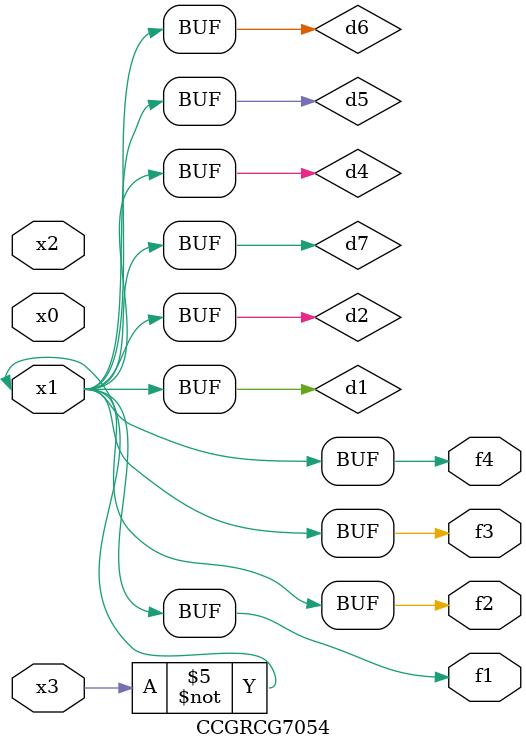
<source format=v>
module CCGRCG7054(
	input x0, x1, x2, x3,
	output f1, f2, f3, f4
);

	wire d1, d2, d3, d4, d5, d6, d7;

	not (d1, x3);
	buf (d2, x1);
	xnor (d3, d1, d2);
	nor (d4, d1);
	buf (d5, d1, d2);
	buf (d6, d4, d5);
	nand (d7, d4);
	assign f1 = d6;
	assign f2 = d7;
	assign f3 = d6;
	assign f4 = d6;
endmodule

</source>
